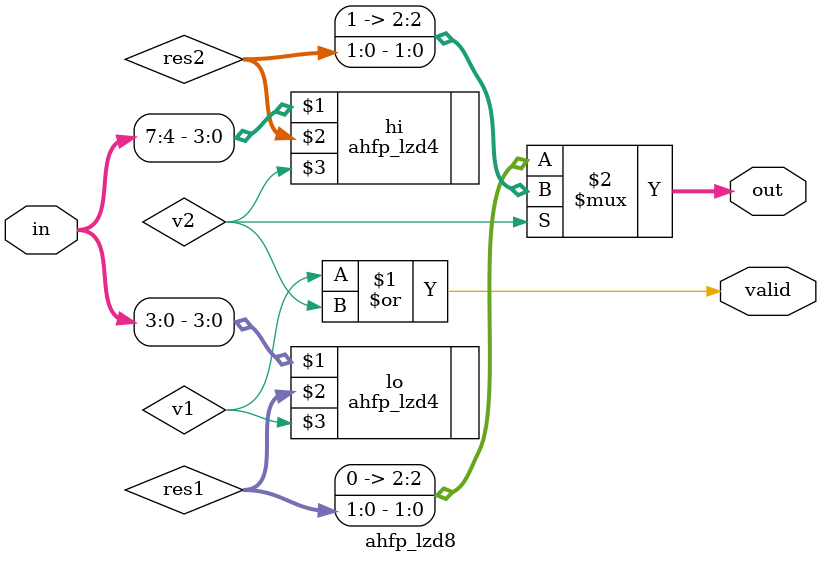
<source format=v>
module ahfp_lzd8(in, out, valid);
	input 	wire [7:0] in;
	output	wire [2:0] out;
	output 	wire valid;
	wire [1:0] res1, res2;
	wire v1, v2;
	ahfp_lzd4 lo(in[3:0], res1, v1);
	ahfp_lzd4 hi(in[7:4], res2, v2);
	assign valid = v1 | v2;
	assign out = v2 ? {1'b1, res2} : {1'b0, res1};
endmodule
</source>
